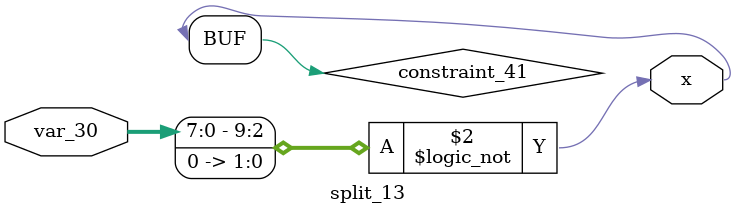
<source format=v>
module split_13(var_30, x);
    input [9:0] var_30;
    output wire x;

    wire constraint_41;

    assign constraint_41 = |((!((var_30 << 10'h2))));
    assign x = constraint_41;
endmodule

</source>
